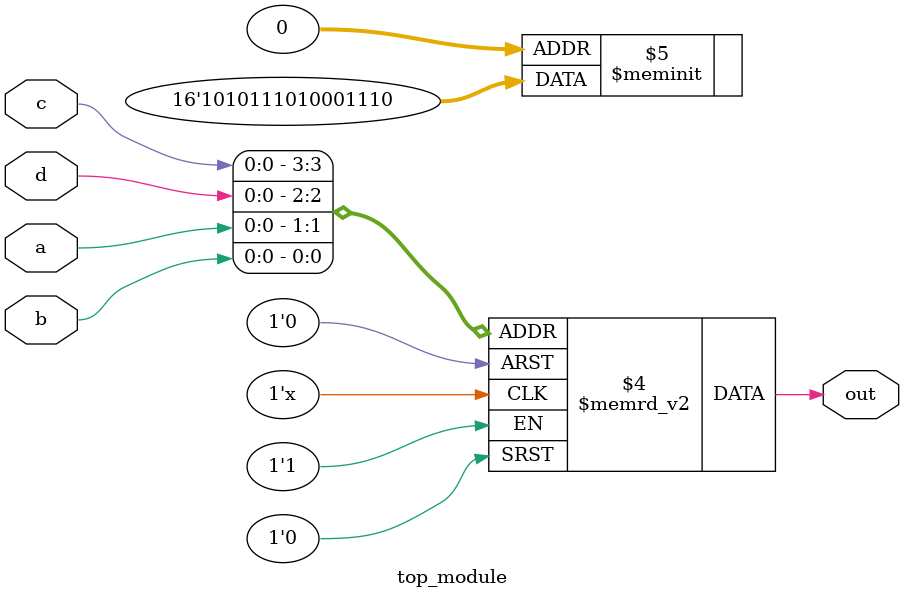
<source format=sv>
module top_module (
    input a, 
    input b,
    input c,
    input d,
    output reg out
);

always @(*) begin
    case ({c, d, a, b})
        4'b0000: out = 0; // 00|00
        4'b0001, 
        4'b0011, 
        4'b0111, 
        4'b1011, 
        4'b1111: out = 1; // 00|10, 00|11, 11|11, 10|11
        4'b0010: out = 1; // 00|10
        4'b0100, 
        4'b0101, 
        4'b0110: out = 0; // 01|0x
        4'b1000: out = 0; // 10|00
        4'b1001, 
        4'b1010: out = 1; // 10|01, 10|10
        4'b1100: out = 0; // 11|00
        4'b1101: out = 1; // 11|01
        default: out = 1'b0;
    endcase
end

endmodule

</source>
